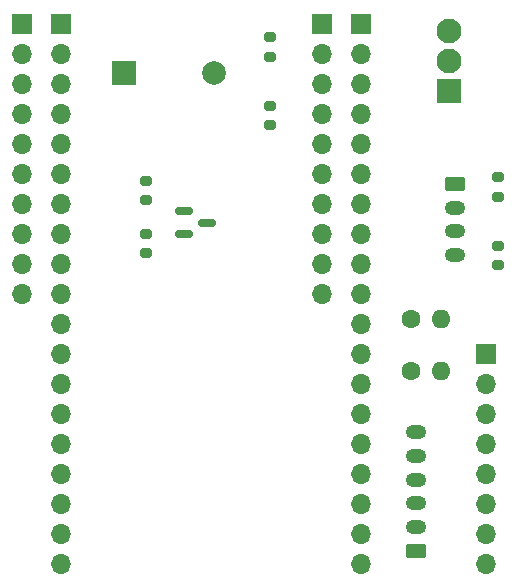
<source format=gts>
G04 #@! TF.GenerationSoftware,KiCad,Pcbnew,(6.0.10)*
G04 #@! TF.CreationDate,2023-07-27T10:12:38-04:00*
G04 #@! TF.ProjectId,reader-daughter,72656164-6572-42d6-9461-756768746572,rev?*
G04 #@! TF.SameCoordinates,Original*
G04 #@! TF.FileFunction,Soldermask,Top*
G04 #@! TF.FilePolarity,Negative*
%FSLAX46Y46*%
G04 Gerber Fmt 4.6, Leading zero omitted, Abs format (unit mm)*
G04 Created by KiCad (PCBNEW (6.0.10)) date 2023-07-27 10:12:38*
%MOMM*%
%LPD*%
G01*
G04 APERTURE LIST*
G04 Aperture macros list*
%AMRoundRect*
0 Rectangle with rounded corners*
0 $1 Rounding radius*
0 $2 $3 $4 $5 $6 $7 $8 $9 X,Y pos of 4 corners*
0 Add a 4 corners polygon primitive as box body*
4,1,4,$2,$3,$4,$5,$6,$7,$8,$9,$2,$3,0*
0 Add four circle primitives for the rounded corners*
1,1,$1+$1,$2,$3*
1,1,$1+$1,$4,$5*
1,1,$1+$1,$6,$7*
1,1,$1+$1,$8,$9*
0 Add four rect primitives between the rounded corners*
20,1,$1+$1,$2,$3,$4,$5,0*
20,1,$1+$1,$4,$5,$6,$7,0*
20,1,$1+$1,$6,$7,$8,$9,0*
20,1,$1+$1,$8,$9,$2,$3,0*%
G04 Aperture macros list end*
%ADD10RoundRect,0.250000X-0.625000X0.350000X-0.625000X-0.350000X0.625000X-0.350000X0.625000X0.350000X0*%
%ADD11O,1.750000X1.200000*%
%ADD12R,2.100000X2.100000*%
%ADD13C,2.100000*%
%ADD14R,2.000000X2.000000*%
%ADD15C,2.000000*%
%ADD16RoundRect,0.200000X-0.275000X0.200000X-0.275000X-0.200000X0.275000X-0.200000X0.275000X0.200000X0*%
%ADD17RoundRect,0.250000X0.625000X-0.350000X0.625000X0.350000X-0.625000X0.350000X-0.625000X-0.350000X0*%
%ADD18R,1.700000X1.700000*%
%ADD19O,1.700000X1.700000*%
%ADD20RoundRect,0.200000X0.275000X-0.200000X0.275000X0.200000X-0.275000X0.200000X-0.275000X-0.200000X0*%
%ADD21RoundRect,0.150000X-0.587500X-0.150000X0.587500X-0.150000X0.587500X0.150000X-0.587500X0.150000X0*%
%ADD22C,1.600000*%
%ADD23O,1.600000X1.600000*%
G04 APERTURE END LIST*
D10*
X145161000Y-87579200D03*
D11*
X145161000Y-89579200D03*
X145161000Y-91579200D03*
X145161000Y-93579200D03*
D12*
X144627600Y-79679800D03*
D13*
X144627600Y-77139800D03*
X144627600Y-74599800D03*
D14*
X117154800Y-78130400D03*
D15*
X124754800Y-78130400D03*
D16*
X129438400Y-80949800D03*
X129438400Y-82599800D03*
D17*
X141850000Y-118600000D03*
D11*
X141850000Y-116600000D03*
X141850000Y-114600000D03*
X141850000Y-112600000D03*
X141850000Y-110600000D03*
X141850000Y-108600000D03*
D18*
X133907000Y-74015600D03*
D19*
X133907000Y-76555600D03*
X133907000Y-79095600D03*
X133907000Y-81635600D03*
X133907000Y-84175600D03*
X133907000Y-86715600D03*
X133907000Y-89255600D03*
X133907000Y-91795600D03*
X133907000Y-94335600D03*
X133907000Y-96875600D03*
D18*
X108507000Y-74015600D03*
D19*
X108507000Y-76555600D03*
X108507000Y-79095600D03*
X108507000Y-81635600D03*
X108507000Y-84175600D03*
X108507000Y-86715600D03*
X108507000Y-89255600D03*
X108507000Y-91795600D03*
X108507000Y-94335600D03*
X108507000Y-96875600D03*
D20*
X118973600Y-93446600D03*
X118973600Y-91796600D03*
X148800000Y-94425000D03*
X148800000Y-92775000D03*
D18*
X137185400Y-74015600D03*
D19*
X137185400Y-76555600D03*
X137185400Y-79095600D03*
X137185400Y-81635600D03*
X137185400Y-84175600D03*
X137185400Y-86715600D03*
X137185400Y-89255600D03*
X137185400Y-91795600D03*
X137185400Y-94335600D03*
X137185400Y-96875600D03*
X137185400Y-99415600D03*
X137185400Y-101955600D03*
X137185400Y-104495600D03*
X137185400Y-107035600D03*
X137185400Y-109575600D03*
X137185400Y-112115600D03*
X137185400Y-114655600D03*
X137185400Y-117195600D03*
X137185400Y-119735600D03*
D21*
X122227100Y-89893600D03*
X122227100Y-91793600D03*
X124102100Y-90843600D03*
D18*
X111785400Y-74015600D03*
D19*
X111785400Y-76555600D03*
X111785400Y-79095600D03*
X111785400Y-81635600D03*
X111785400Y-84175600D03*
X111785400Y-86715600D03*
X111785400Y-89255600D03*
X111785400Y-91795600D03*
X111785400Y-94335600D03*
X111785400Y-96875600D03*
X111785400Y-99415600D03*
X111785400Y-101955600D03*
X111785400Y-104495600D03*
X111785400Y-107035600D03*
X111785400Y-109575600D03*
X111785400Y-112115600D03*
X111785400Y-114655600D03*
X111785400Y-117195600D03*
X111785400Y-119735600D03*
D20*
X129438400Y-76783200D03*
X129438400Y-75133200D03*
D18*
X147800000Y-101925000D03*
D19*
X147800000Y-104465000D03*
X147800000Y-107005000D03*
X147800000Y-109545000D03*
X147800000Y-112085000D03*
X147800000Y-114625000D03*
X147800000Y-117165000D03*
X147800000Y-119705000D03*
D22*
X141400000Y-103400000D03*
D23*
X143940000Y-103400000D03*
D16*
X148800000Y-86975000D03*
X148800000Y-88625000D03*
D22*
X141400000Y-99000000D03*
D23*
X143940000Y-99000000D03*
D16*
X118973600Y-87300800D03*
X118973600Y-88950800D03*
M02*

</source>
